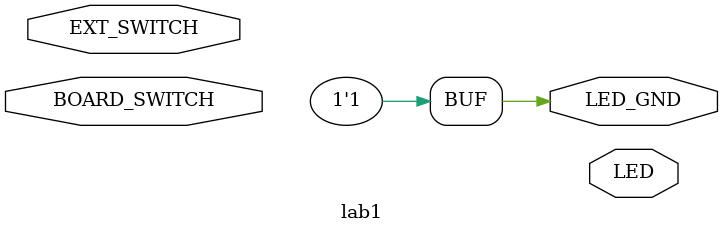
<source format=v>
`timescale 1ns / 1ps

module lab1(EXT_SWITCH, BOARD_SWITCH, LED, LED_GND);
  input[3:0] BOARD_SWITCH;
  input[7:0] EXT_SWITCH;
  output[7:0] LED;
  output LED_GND;

  assign LED_GND = 1;


endmodule

</source>
